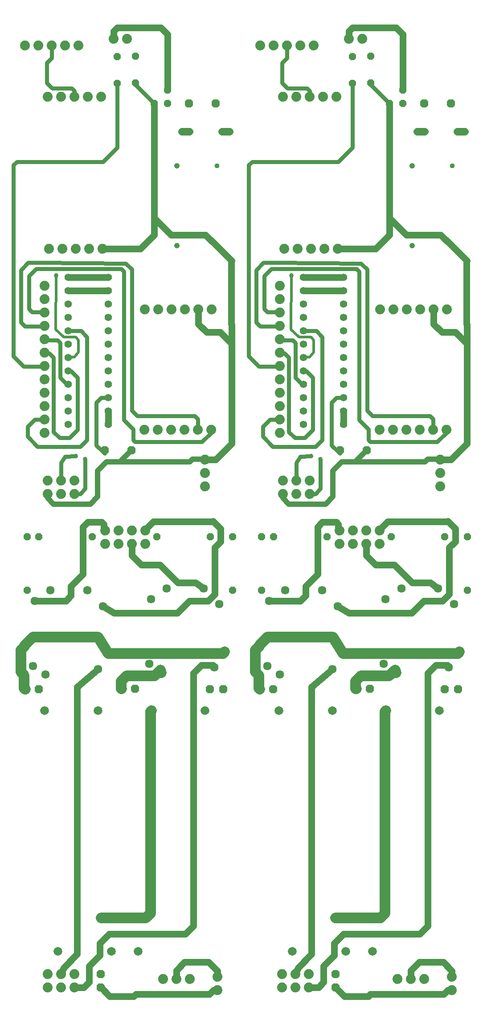
<source format=gbl>
G75*
%MOIN*%
%OFA0B0*%
%FSLAX25Y25*%
%IPPOS*%
%LPD*%
%AMOC8*
5,1,8,0,0,1.08239X$1,22.5*
%
%ADD10OC8,0.06300*%
%ADD11OC8,0.05600*%
%ADD12C,0.07400*%
%ADD13C,0.06534*%
%ADD14C,0.06337*%
%ADD15C,0.05600*%
%ADD16C,0.03778*%
%ADD17C,0.04172*%
%ADD18C,0.05600*%
%ADD19C,0.05000*%
%ADD20C,0.08000*%
%ADD21C,0.03378*%
%ADD22C,0.03000*%
%ADD23C,0.04000*%
%ADD24C,0.02000*%
D10*
X0100315Y0014847D03*
X0100315Y0024847D03*
X0116063Y0238083D03*
X0126063Y0238083D03*
X0181968Y0237891D03*
X0191968Y0237891D03*
X0219275Y0237926D03*
X0229275Y0237926D03*
X0291563Y0238083D03*
X0301563Y0238083D03*
X0357468Y0237891D03*
X0367468Y0237891D03*
X0299366Y0416658D03*
X0279366Y0416658D03*
X0342102Y0675989D03*
X0362102Y0675989D03*
X0186102Y0675989D03*
X0166102Y0675989D03*
X0123366Y0416658D03*
X0103366Y0416658D03*
X0053775Y0237926D03*
X0043775Y0237926D03*
X0275815Y0024847D03*
X0275815Y0014847D03*
D11*
X0220700Y0311800D03*
X0199011Y0311800D03*
X0199011Y0351800D03*
X0182133Y0351863D03*
X0220700Y0351800D03*
X0229515Y0351737D03*
X0269515Y0351737D03*
X0317633Y0351863D03*
X0357633Y0351863D03*
X0374511Y0351800D03*
X0374511Y0311800D03*
X0326362Y0676024D03*
X0326362Y0686024D03*
X0316362Y0676024D03*
X0302338Y0691107D03*
X0302338Y0711107D03*
X0288511Y0711020D03*
X0288511Y0691020D03*
X0150362Y0686024D03*
X0150362Y0676024D03*
X0140362Y0676024D03*
X0126338Y0691107D03*
X0126338Y0711107D03*
X0112511Y0711020D03*
X0112511Y0691020D03*
X0094015Y0351737D03*
X0054015Y0351737D03*
X0045200Y0351800D03*
X0045200Y0311800D03*
X0142133Y0351863D03*
D12*
X0060437Y0014926D03*
X0060437Y0024926D03*
X0070437Y0024926D03*
X0070437Y0014926D03*
X0080437Y0014926D03*
X0080437Y0024926D03*
X0146763Y0021300D03*
X0156763Y0021300D03*
X0166763Y0021300D03*
X0187511Y0022800D03*
X0187511Y0012800D03*
X0235937Y0014926D03*
X0235937Y0024926D03*
X0245937Y0024926D03*
X0245937Y0014926D03*
X0255937Y0014926D03*
X0255937Y0024926D03*
X0322263Y0021300D03*
X0332263Y0021300D03*
X0342263Y0021300D03*
X0363011Y0022800D03*
X0363011Y0012800D03*
X0309004Y0346422D03*
X0309004Y0356422D03*
X0299004Y0356422D03*
X0299004Y0346422D03*
X0289004Y0346422D03*
X0289004Y0356422D03*
X0279004Y0356422D03*
X0279004Y0346422D03*
X0256437Y0383926D03*
X0256437Y0393926D03*
X0246437Y0393926D03*
X0246437Y0383926D03*
X0236437Y0383926D03*
X0236437Y0393926D03*
X0234165Y0429572D03*
X0234165Y0439572D03*
X0234165Y0449572D03*
X0234165Y0459572D03*
X0234165Y0469572D03*
X0234165Y0479572D03*
X0234165Y0489572D03*
X0234165Y0499572D03*
X0234165Y0509572D03*
X0234165Y0519572D03*
X0234165Y0529572D03*
X0234165Y0539572D03*
X0237567Y0567335D03*
X0247567Y0567335D03*
X0257567Y0567335D03*
X0267567Y0567335D03*
X0277567Y0567335D03*
X0309342Y0521894D03*
X0319342Y0521894D03*
X0329342Y0521894D03*
X0339342Y0521894D03*
X0349342Y0521894D03*
X0359342Y0521894D03*
X0358842Y0431894D03*
X0348842Y0431894D03*
X0338842Y0431894D03*
X0328842Y0431894D03*
X0318842Y0431894D03*
X0308842Y0431894D03*
X0354165Y0409572D03*
X0354165Y0399572D03*
X0354165Y0389572D03*
X0276567Y0680792D03*
X0266567Y0680792D03*
X0256567Y0680792D03*
X0246567Y0680792D03*
X0236567Y0680792D03*
X0239633Y0719257D03*
X0229633Y0719257D03*
X0219633Y0719257D03*
X0249633Y0719257D03*
X0259633Y0719257D03*
X0286004Y0724257D03*
X0296004Y0724257D03*
X0183342Y0521894D03*
X0173342Y0521894D03*
X0163342Y0521894D03*
X0153342Y0521894D03*
X0143342Y0521894D03*
X0133342Y0521894D03*
X0101567Y0567335D03*
X0091567Y0567335D03*
X0081567Y0567335D03*
X0071567Y0567335D03*
X0061567Y0567335D03*
X0058165Y0539572D03*
X0058165Y0529572D03*
X0058165Y0519572D03*
X0058165Y0509572D03*
X0058165Y0499572D03*
X0058165Y0489572D03*
X0058165Y0479572D03*
X0058165Y0469572D03*
X0058165Y0459572D03*
X0058165Y0449572D03*
X0058165Y0439572D03*
X0058165Y0429572D03*
X0060437Y0393926D03*
X0060437Y0383926D03*
X0070437Y0383926D03*
X0070437Y0393926D03*
X0080437Y0393926D03*
X0080437Y0383926D03*
X0103504Y0356422D03*
X0103504Y0346422D03*
X0113504Y0346422D03*
X0123504Y0346422D03*
X0123504Y0356422D03*
X0113504Y0356422D03*
X0133504Y0356422D03*
X0133504Y0346422D03*
X0178165Y0389572D03*
X0178165Y0399572D03*
X0178165Y0409572D03*
X0182842Y0431894D03*
X0172842Y0431894D03*
X0162842Y0431894D03*
X0152842Y0431894D03*
X0142842Y0431894D03*
X0132842Y0431894D03*
X0100567Y0680792D03*
X0090567Y0680792D03*
X0080567Y0680792D03*
X0070567Y0680792D03*
X0060567Y0680792D03*
X0063633Y0719257D03*
X0073633Y0719257D03*
X0083633Y0719257D03*
X0110004Y0724257D03*
X0120004Y0724257D03*
X0053633Y0719257D03*
X0043633Y0719257D03*
D13*
X0058137Y0221800D03*
X0098137Y0221800D03*
X0138137Y0221800D03*
X0178137Y0221800D03*
X0233637Y0221800D03*
X0273637Y0221800D03*
X0313637Y0221800D03*
X0353637Y0221800D03*
X0303637Y0041800D03*
X0283637Y0041800D03*
X0243637Y0041800D03*
X0128137Y0041800D03*
X0108137Y0041800D03*
X0068137Y0041800D03*
D14*
X0058763Y0248804D03*
X0049511Y0255300D03*
X0050889Y0303922D03*
X0062700Y0311796D03*
X0090259Y0311796D03*
X0102070Y0299985D03*
X0106008Y0264552D03*
X0098133Y0252741D03*
X0136468Y0256749D03*
X0145720Y0250253D03*
X0137846Y0305371D03*
X0149657Y0313245D03*
X0177216Y0313245D03*
X0189027Y0301434D03*
X0192964Y0266001D03*
X0185090Y0254190D03*
X0225011Y0255300D03*
X0234263Y0248804D03*
X0226389Y0303922D03*
X0238200Y0311796D03*
X0265759Y0311796D03*
X0277570Y0299985D03*
X0281508Y0264552D03*
X0273633Y0252741D03*
X0311968Y0256749D03*
X0321220Y0250253D03*
X0313346Y0305371D03*
X0325157Y0313245D03*
X0352716Y0313245D03*
X0364527Y0301434D03*
X0368464Y0266001D03*
X0360590Y0254190D03*
D15*
X0281948Y0436048D03*
X0281948Y0446048D03*
X0281948Y0456048D03*
X0281948Y0466048D03*
X0281948Y0476048D03*
X0281948Y0486048D03*
X0281948Y0496048D03*
X0281948Y0506048D03*
X0281948Y0516048D03*
X0281948Y0526048D03*
X0281948Y0536048D03*
X0281948Y0546048D03*
X0251948Y0546048D03*
X0251948Y0536048D03*
X0251948Y0526048D03*
X0251948Y0516048D03*
X0251948Y0506048D03*
X0251948Y0496048D03*
X0251948Y0486048D03*
X0251948Y0476048D03*
X0251948Y0466048D03*
X0251948Y0456048D03*
X0251948Y0446048D03*
X0251948Y0436048D03*
X0105948Y0436048D03*
X0105948Y0446048D03*
X0105948Y0456048D03*
X0105948Y0466048D03*
X0105948Y0476048D03*
X0105948Y0486048D03*
X0105948Y0496048D03*
X0105948Y0506048D03*
X0105948Y0516048D03*
X0105948Y0526048D03*
X0105948Y0536048D03*
X0105948Y0546048D03*
X0075948Y0546048D03*
X0075948Y0536048D03*
X0075948Y0526048D03*
X0075948Y0516048D03*
X0075948Y0506048D03*
X0075948Y0496048D03*
X0075948Y0486048D03*
X0075948Y0476048D03*
X0075948Y0466048D03*
X0075948Y0456048D03*
X0075948Y0446048D03*
X0075948Y0436048D03*
D16*
X0187333Y0629259D03*
X0363333Y0629259D03*
D17*
X0333333Y0629364D03*
X0333123Y0569404D03*
X0363123Y0569260D03*
X0187123Y0569260D03*
X0157123Y0569404D03*
X0157333Y0629364D03*
D18*
X0161050Y0654737D02*
X0166650Y0654737D01*
X0191050Y0654737D02*
X0196650Y0654737D01*
X0337050Y0654737D02*
X0342650Y0654737D01*
X0367050Y0654737D02*
X0372650Y0654737D01*
D19*
X0354732Y0577650D02*
X0329011Y0577650D01*
X0316362Y0590300D01*
X0316362Y0577650D01*
X0306011Y0567300D01*
X0277602Y0567300D01*
X0277567Y0567335D01*
X0281948Y0546048D02*
X0251948Y0546048D01*
X0251948Y0536048D02*
X0281948Y0536048D01*
X0316362Y0590300D02*
X0316362Y0676024D01*
X0326362Y0686024D02*
X0326362Y0693990D01*
X0326165Y0694187D01*
X0326165Y0727646D01*
X0321370Y0732442D01*
X0288653Y0732442D01*
X0286004Y0729792D01*
X0286004Y0724257D01*
X0354732Y0577650D02*
X0363123Y0569260D01*
X0374240Y0558143D01*
X0374011Y0557915D01*
X0374011Y0510800D01*
X0374240Y0510572D01*
X0374240Y0496300D01*
X0365740Y0504800D01*
X0355511Y0504800D01*
X0349342Y0510969D01*
X0349342Y0521894D01*
X0374240Y0496300D02*
X0374240Y0421528D01*
X0362283Y0409572D01*
X0354165Y0409572D01*
X0359870Y0363442D02*
X0359728Y0363300D01*
X0315011Y0363300D01*
X0309004Y0357292D01*
X0309004Y0356422D01*
X0299004Y0346422D02*
X0299004Y0337808D01*
X0306011Y0330800D01*
X0320052Y0330800D01*
X0333280Y0317572D01*
X0346889Y0317572D01*
X0352716Y0313245D01*
X0361011Y0308800D02*
X0356011Y0303800D01*
X0342011Y0303800D01*
X0333011Y0294800D01*
X0285756Y0294800D01*
X0277570Y0299985D01*
X0254511Y0315800D02*
X0262511Y0323800D01*
X0262511Y0359300D01*
X0266011Y0362800D01*
X0276511Y0362800D01*
X0278011Y0361300D01*
X0278011Y0357414D01*
X0279004Y0356422D01*
X0254511Y0315800D02*
X0253511Y0314800D01*
X0253511Y0307800D01*
X0249633Y0303922D01*
X0226389Y0303922D01*
X0273633Y0252741D02*
X0258011Y0239619D01*
X0258011Y0039800D01*
X0247937Y0029726D01*
X0245937Y0024926D01*
X0255937Y0014926D02*
X0263137Y0014926D01*
X0267011Y0018800D01*
X0267011Y0030800D01*
X0275011Y0038800D01*
X0275011Y0047800D01*
X0282011Y0054800D01*
X0339011Y0054800D01*
X0345011Y0060800D01*
X0345011Y0249800D01*
X0351011Y0255800D01*
X0359700Y0255800D01*
X0360590Y0254190D01*
X0361011Y0308800D02*
X0361011Y0343800D01*
X0365511Y0348300D01*
X0365511Y0357800D01*
X0359870Y0363442D01*
X0281948Y0436048D02*
X0281948Y0446048D01*
X0198240Y0421528D02*
X0198240Y0496300D01*
X0189740Y0504800D01*
X0179511Y0504800D01*
X0173342Y0510969D01*
X0173342Y0521894D01*
X0198240Y0558143D02*
X0187123Y0569260D01*
X0178732Y0577650D01*
X0153011Y0577650D01*
X0140362Y0590300D01*
X0140362Y0577650D01*
X0130011Y0567300D01*
X0101602Y0567300D01*
X0101567Y0567335D01*
X0105948Y0546048D02*
X0075948Y0546048D01*
X0075948Y0536048D02*
X0105948Y0536048D01*
X0140362Y0590300D02*
X0140362Y0676024D01*
X0150362Y0686024D02*
X0150362Y0693990D01*
X0150165Y0694187D01*
X0150165Y0727646D01*
X0145370Y0732442D01*
X0112653Y0732442D01*
X0110004Y0729792D01*
X0110004Y0724257D01*
X0198240Y0558143D02*
X0198011Y0557915D01*
X0198011Y0510800D01*
X0198240Y0510572D01*
X0198240Y0496300D01*
X0198240Y0421528D02*
X0186283Y0409572D01*
X0178165Y0409572D01*
X0184370Y0363442D02*
X0184228Y0363300D01*
X0139511Y0363300D01*
X0133504Y0357292D01*
X0133504Y0356422D01*
X0123504Y0346422D02*
X0123504Y0337808D01*
X0130511Y0330800D01*
X0144552Y0330800D01*
X0157780Y0317572D01*
X0171389Y0317572D01*
X0177216Y0313245D01*
X0185511Y0308800D02*
X0180511Y0303800D01*
X0166511Y0303800D01*
X0157511Y0294800D01*
X0110256Y0294800D01*
X0102070Y0299985D01*
X0079011Y0315800D02*
X0087011Y0323800D01*
X0087011Y0359300D01*
X0090511Y0362800D01*
X0101011Y0362800D01*
X0102511Y0361300D01*
X0102511Y0357414D01*
X0103504Y0356422D01*
X0079011Y0315800D02*
X0078011Y0314800D01*
X0078011Y0307800D01*
X0074133Y0303922D01*
X0050889Y0303922D01*
X0098133Y0252741D02*
X0082511Y0239619D01*
X0082511Y0039800D01*
X0072437Y0029726D01*
X0070437Y0024926D01*
X0080437Y0014926D02*
X0087637Y0014926D01*
X0091511Y0018800D01*
X0091511Y0030800D01*
X0099511Y0038800D01*
X0099511Y0047800D01*
X0106511Y0054800D01*
X0163511Y0054800D01*
X0169511Y0060800D01*
X0169511Y0249800D01*
X0175511Y0255800D01*
X0184200Y0255800D01*
X0185090Y0254190D01*
X0185511Y0308800D02*
X0185511Y0343800D01*
X0190011Y0348300D01*
X0190011Y0357800D01*
X0184370Y0363442D01*
X0105948Y0436048D02*
X0105948Y0446048D01*
X0163011Y0033800D02*
X0181011Y0033800D01*
X0187511Y0027300D01*
X0187511Y0022800D01*
X0187511Y0012800D02*
X0184511Y0012800D01*
X0181511Y0009800D01*
X0126511Y0009800D01*
X0125011Y0008300D01*
X0107011Y0008300D01*
X0100511Y0014800D01*
X0156763Y0021300D02*
X0156763Y0027552D01*
X0163011Y0033800D01*
X0276011Y0014800D02*
X0282511Y0008300D01*
X0300511Y0008300D01*
X0302011Y0009800D01*
X0357011Y0009800D01*
X0360011Y0012800D01*
X0363011Y0012800D01*
X0363011Y0022800D02*
X0363011Y0027300D01*
X0356511Y0033800D01*
X0338511Y0033800D01*
X0332263Y0027552D01*
X0332263Y0021300D01*
D20*
X0309511Y0066800D02*
X0276011Y0066800D01*
X0309511Y0066800D02*
X0313011Y0070300D01*
X0313011Y0221174D01*
X0313637Y0221800D01*
X0316011Y0247800D02*
X0295011Y0247800D01*
X0291011Y0243800D01*
X0291011Y0238135D01*
X0291563Y0238083D01*
X0281508Y0264552D02*
X0367515Y0264552D01*
X0368464Y0266001D01*
X0321220Y0250253D02*
X0320464Y0252253D01*
X0316011Y0247800D01*
X0281508Y0264552D02*
X0273759Y0276800D01*
X0225011Y0276800D01*
X0218775Y0270564D01*
X0218775Y0270064D01*
X0216011Y0267300D01*
X0216011Y0250800D01*
X0218511Y0248300D01*
X0218511Y0238690D01*
X0219275Y0237926D01*
X0192015Y0264552D02*
X0192964Y0266001D01*
X0192015Y0264552D02*
X0106008Y0264552D01*
X0098259Y0276800D01*
X0049511Y0276800D01*
X0043275Y0270564D01*
X0043275Y0270064D01*
X0040511Y0267300D01*
X0040511Y0250800D01*
X0043011Y0248300D01*
X0043011Y0238690D01*
X0043775Y0237926D01*
X0115511Y0238135D02*
X0115511Y0243800D01*
X0119511Y0247800D01*
X0140511Y0247800D01*
X0144964Y0252253D01*
X0145720Y0250253D01*
X0138137Y0221800D02*
X0137511Y0221174D01*
X0137511Y0070300D01*
X0134011Y0066800D01*
X0100511Y0066800D01*
X0116063Y0238083D02*
X0115511Y0238135D01*
D21*
X0100511Y0066800D03*
X0276011Y0066800D03*
X0264511Y0409800D03*
X0257511Y0412300D03*
X0243011Y0547300D03*
X0088511Y0409800D03*
X0081511Y0412300D03*
X0067011Y0547300D03*
D22*
X0055011Y0556800D02*
X0046011Y0556800D01*
X0040611Y0551400D01*
X0040611Y0512200D01*
X0043511Y0509300D01*
X0057893Y0509300D01*
X0058165Y0509572D01*
X0058165Y0499572D02*
X0058937Y0498800D01*
X0068011Y0498800D01*
X0070011Y0496800D01*
X0070011Y0470800D01*
X0074763Y0466048D01*
X0075948Y0466048D01*
X0083011Y0470800D02*
X0077763Y0476048D01*
X0075948Y0476048D01*
X0083011Y0470800D02*
X0083011Y0431800D01*
X0077011Y0425800D01*
X0069511Y0425800D01*
X0065011Y0430300D01*
X0065011Y0485800D01*
X0061511Y0489300D01*
X0058437Y0489300D01*
X0058165Y0489572D01*
X0058165Y0479572D02*
X0057893Y0479300D01*
X0042511Y0479300D01*
X0035011Y0486800D01*
X0035011Y0629800D01*
X0037511Y0632300D01*
X0102011Y0632300D01*
X0112511Y0642800D01*
X0112511Y0691020D01*
X0126338Y0691107D02*
X0126338Y0690048D01*
X0140362Y0676024D01*
X0080567Y0680792D02*
X0080511Y0680847D01*
X0080511Y0685300D01*
X0078511Y0687300D01*
X0064011Y0687300D01*
X0060011Y0691300D01*
X0060011Y0706300D01*
X0063633Y0709922D01*
X0063633Y0719257D01*
X0055011Y0556800D02*
X0119011Y0556300D01*
X0123511Y0551800D01*
X0123511Y0446300D01*
X0127511Y0442300D01*
X0170511Y0442300D01*
X0173011Y0439800D01*
X0173011Y0432064D01*
X0172842Y0431894D01*
X0176011Y0422800D02*
X0126011Y0422800D01*
X0124511Y0424300D01*
X0124511Y0432300D01*
X0117511Y0439300D01*
X0117511Y0550300D01*
X0115511Y0552300D01*
X0052011Y0552300D01*
X0046511Y0546800D01*
X0046511Y0522300D01*
X0049011Y0519800D01*
X0057937Y0519800D01*
X0058165Y0519572D01*
X0075948Y0506048D02*
X0076196Y0505800D01*
X0085511Y0505800D01*
X0090011Y0501300D01*
X0090011Y0424300D01*
X0085011Y0419300D01*
X0053011Y0419300D01*
X0045511Y0426800D01*
X0045511Y0434300D01*
X0050783Y0439572D01*
X0058165Y0439572D01*
X0073511Y0411800D02*
X0070511Y0407300D01*
X0070437Y0393926D01*
X0080437Y0383926D02*
X0085011Y0383800D01*
X0088511Y0387800D01*
X0088511Y0409800D01*
X0081511Y0412300D02*
X0073511Y0411800D01*
X0097011Y0420300D02*
X0097011Y0452300D01*
X0100511Y0455800D01*
X0105700Y0455800D01*
X0105948Y0456048D01*
X0097011Y0420300D02*
X0103153Y0414158D01*
X0103366Y0416658D01*
X0176011Y0422800D02*
X0182842Y0429631D01*
X0182842Y0431894D01*
X0218511Y0479300D02*
X0211011Y0486800D01*
X0211011Y0629800D01*
X0213511Y0632300D01*
X0278011Y0632300D01*
X0288511Y0642800D01*
X0288511Y0691020D01*
X0302338Y0691107D02*
X0302338Y0690048D01*
X0316362Y0676024D01*
X0256567Y0680792D02*
X0256511Y0680847D01*
X0256511Y0685300D01*
X0254511Y0687300D01*
X0240011Y0687300D01*
X0236011Y0691300D01*
X0236011Y0706300D01*
X0239633Y0709922D01*
X0239633Y0719257D01*
X0231011Y0556800D02*
X0222011Y0556800D01*
X0216611Y0551400D01*
X0216611Y0512200D01*
X0219511Y0509300D01*
X0233893Y0509300D01*
X0234165Y0509572D01*
X0234165Y0499572D02*
X0234937Y0498800D01*
X0244011Y0498800D01*
X0246011Y0496800D01*
X0246011Y0470800D01*
X0250763Y0466048D01*
X0251948Y0466048D01*
X0259011Y0470800D02*
X0253763Y0476048D01*
X0251948Y0476048D01*
X0259011Y0470800D02*
X0259011Y0431800D01*
X0253011Y0425800D01*
X0245511Y0425800D01*
X0241011Y0430300D01*
X0241011Y0485800D01*
X0237511Y0489300D01*
X0234437Y0489300D01*
X0234165Y0489572D01*
X0234165Y0479572D02*
X0233893Y0479300D01*
X0218511Y0479300D01*
X0226783Y0439572D02*
X0221511Y0434300D01*
X0221511Y0426800D01*
X0229011Y0419300D01*
X0261011Y0419300D01*
X0266011Y0424300D01*
X0266011Y0501300D01*
X0261511Y0505800D01*
X0252196Y0505800D01*
X0251948Y0506048D01*
X0234165Y0519572D02*
X0233937Y0519800D01*
X0225011Y0519800D01*
X0222511Y0522300D01*
X0222511Y0546800D01*
X0228011Y0552300D01*
X0291511Y0552300D01*
X0293511Y0550300D01*
X0293511Y0439300D01*
X0300511Y0432300D01*
X0300511Y0424300D01*
X0302011Y0422800D01*
X0352011Y0422800D01*
X0358842Y0429631D01*
X0358842Y0431894D01*
X0349011Y0432064D02*
X0348842Y0431894D01*
X0349011Y0432064D02*
X0349011Y0439800D01*
X0346511Y0442300D01*
X0303511Y0442300D01*
X0299511Y0446300D01*
X0299511Y0551800D01*
X0295011Y0556300D01*
X0231011Y0556800D01*
X0276511Y0455800D02*
X0281700Y0455800D01*
X0281948Y0456048D01*
X0276511Y0455800D02*
X0273011Y0452300D01*
X0273011Y0420300D01*
X0279153Y0414158D01*
X0279366Y0416658D01*
X0264511Y0409800D02*
X0264511Y0387800D01*
X0261011Y0383800D01*
X0256437Y0383926D01*
X0246437Y0393926D02*
X0246511Y0407300D01*
X0249511Y0411800D01*
X0257511Y0412300D01*
X0234165Y0439572D02*
X0226783Y0439572D01*
D23*
X0236437Y0383926D02*
X0236437Y0380874D01*
X0241011Y0376300D01*
X0268511Y0376300D01*
X0274011Y0381800D01*
X0274011Y0401300D01*
X0280511Y0407800D01*
X0291511Y0407800D01*
X0291511Y0408804D01*
X0299366Y0416658D01*
X0291511Y0407800D02*
X0343011Y0407800D01*
X0345011Y0409800D01*
X0353937Y0409800D01*
X0354165Y0409572D01*
X0178165Y0409572D02*
X0177937Y0409800D01*
X0169011Y0409800D01*
X0167011Y0407800D01*
X0115511Y0407800D01*
X0115511Y0408804D01*
X0123366Y0416658D01*
X0115511Y0407800D02*
X0104511Y0407800D01*
X0098011Y0401300D01*
X0098011Y0381800D01*
X0092511Y0376300D01*
X0065011Y0376300D01*
X0060437Y0380874D01*
X0060437Y0383926D01*
D24*
X0075948Y0486048D02*
X0080511Y0486300D01*
X0083511Y0489800D01*
X0083511Y0498800D01*
X0081511Y0501300D01*
X0072511Y0501300D01*
X0066511Y0506800D01*
X0067011Y0547300D01*
X0243011Y0547300D02*
X0242511Y0506800D01*
X0248511Y0501300D01*
X0257511Y0501300D01*
X0259511Y0498800D01*
X0259511Y0489800D01*
X0256511Y0486300D01*
X0251948Y0486048D01*
M02*

</source>
